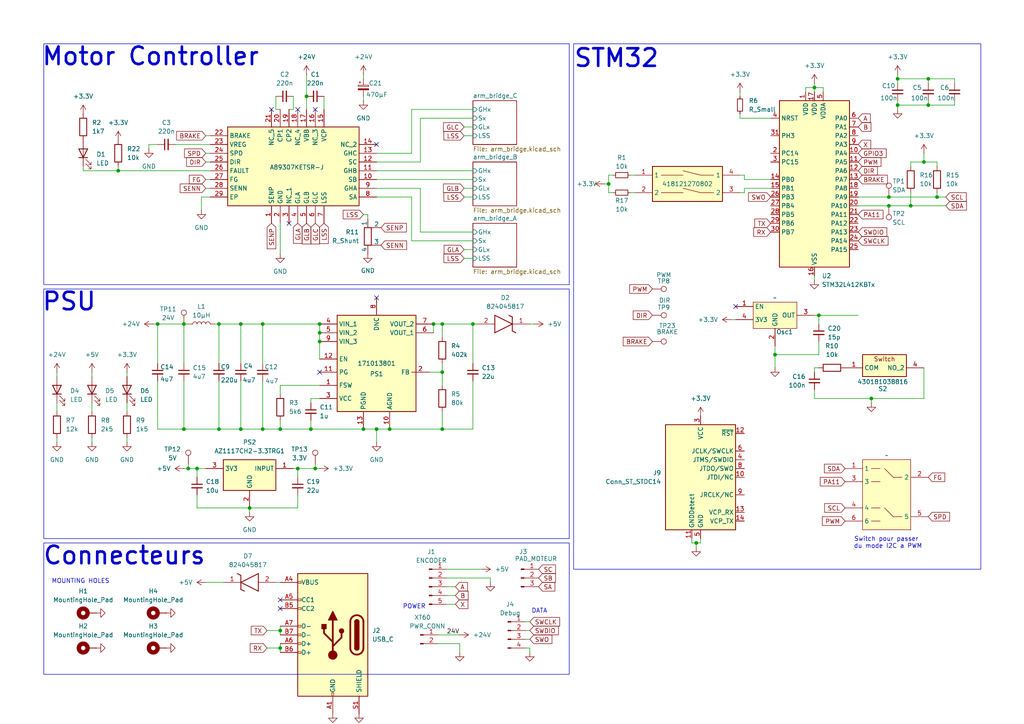
<source format=kicad_sch>
(kicad_sch (version 20250114) (generator "eeschema") (generator_version "9.0")
  (paper "A4")
  (rectangle (start 166.37 12.7) (end 284.48 165.1))
  (rectangle (start 12.7 83.82) (end 165.1 156.21))
  (rectangle (start 12.7 12.7) (end 165.1 82.55))
  (rectangle (start 12.7 157.48) (end 165.1 195.58))
  (text "DATA" (at 156.464 177.292 0) (effects (font (size 1.27 1.27))))
  (text "STM32" (at 178.816 17.018 0) (effects (font (size 5.08 5.08) (thickness 0.762) (bold yes))))
  (text "PSU\n" (at 20.066 87.63 0) (effects (font (size 5.08 5.08) (thickness 0.762) (bold yes))))
  (text "Switch pour passer \ndu mode I2C a PWM" (at 257.556 157.48 0) (effects (font (size 1.27 1.27))))
  (text "POWER" (at 120.142 176.022 0) (effects (font (size 1.27 1.27))))
  (text "Connecteurs" (at 36.068 161.29 0) (effects (font (size 5.08 5.08) (thickness 0.762) (bold yes))))
  (text "Motor Controller" (at 43.688 16.51 0) (effects (font (size 5.08 5.08) (thickness 0.762) (bold yes))))
  (text "MOUNTING HOLES" (at 23.368 168.656 0) (effects (font (size 1.27 1.27))))
  (junction (at 224.79 102.87))
  (junction (at 63.5 124.46))
  (junction (at 269.24 30.48))
  (junction (at 92.71 93.98))
  (junction (at 271.78 57.15))
  (junction (at 81.28 187.96))
  (junction (at 105.41 124.46))
  (junction (at 260.35 22.86))
  (junction (at 113.03 124.46))
  (junction (at 90.17 124.46))
  (junction (at 88.9 27.94))
  (junction (at 92.71 96.52))
  (junction (at 125.73 93.98))
  (junction (at 201.93 157.48))
  (junction (at 69.85 93.98))
  (junction (at 86.36 135.89))
  (junction (at 128.27 124.46))
  (junction (at 76.2 124.46))
  (junction (at 54.61 135.89))
  (junction (at 57.15 135.89))
  (junction (at 91.44 135.89))
  (junction (at 257.81 57.15))
  (junction (at 264.16 59.69))
  (junction (at 53.34 93.98))
  (junction (at 92.71 99.06))
  (junction (at 137.16 93.98))
  (junction (at 69.85 124.46))
  (junction (at 236.22 25.4))
  (junction (at 128.27 107.95))
  (junction (at 34.29 49.53))
  (junction (at 76.2 93.98))
  (junction (at 81.28 182.88))
  (junction (at 128.27 93.98))
  (junction (at 53.34 124.46))
  (junction (at 269.24 22.86))
  (junction (at 81.28 124.46))
  (junction (at 260.35 30.48))
  (junction (at 267.97 46.99))
  (junction (at 63.5 93.98))
  (junction (at 45.72 93.98))
  (junction (at 257.81 59.69))
  (junction (at 109.22 124.46))
  (junction (at 72.39 147.32))
  (junction (at 252.73 115.57))
  (junction (at 237.49 91.44))
  (junction (at 176.53 53.34))
  (no_connect (at 91.44 31.75))
  (no_connect (at 109.22 86.36))
  (no_connect (at 78.74 31.75))
  (no_connect (at 92.71 107.95))
  (no_connect (at 81.28 176.53))
  (no_connect (at 83.82 64.77))
  (no_connect (at 86.36 31.75))
  (no_connect (at 109.22 41.91))
  (no_connect (at 213.36 88.9))
  (no_connect (at 81.28 173.99))
  (wire (pts (xy 36.83 127) (xy 36.83 128.27)))
  (wire (pts (xy 128.27 124.46) (xy 137.16 124.46)))
  (wire (pts (xy 109.22 46.99) (xy 121.92 46.99)))
  (wire (pts (xy 212.09 92.71) (xy 213.36 92.71)))
  (wire (pts (xy 24.13 49.53) (xy 34.29 49.53)))
  (wire (pts (xy 260.35 31.75) (xy 260.35 30.48)))
  (wire (pts (xy 176.53 55.88) (xy 176.53 53.34)))
  (wire (pts (xy 177.8 55.88) (xy 176.53 55.88)))
  (wire (pts (xy 57.15 147.32) (xy 72.39 147.32)))
  (wire (pts (xy 269.24 30.48) (xy 260.35 30.48)))
  (wire (pts (xy 203.2 156.21) (xy 203.2 157.48)))
  (wire (pts (xy 45.72 110.49) (xy 45.72 124.46)))
  (wire (pts (xy 26.67 127) (xy 26.67 128.27)))
  (wire (pts (xy 81.28 121.92) (xy 81.28 124.46)))
  (wire (pts (xy 236.22 25.4) (xy 233.68 25.4)))
  (wire (pts (xy 64.77 168.91) (xy 59.69 168.91)))
  (wire (pts (xy 81.28 187.96) (xy 81.28 189.23)))
  (wire (pts (xy 119.38 57.15) (xy 119.38 69.85)))
  (wire (pts (xy 106.68 62.23) (xy 105.41 62.23)))
  (wire (pts (xy 81.28 111.76) (xy 81.28 114.3)))
  (wire (pts (xy 44.45 93.98) (xy 45.72 93.98)))
  (wire (pts (xy 134.62 74.93) (xy 137.16 74.93)))
  (wire (pts (xy 85.09 31.75) (xy 83.82 31.75)))
  (wire (pts (xy 105.41 21.59) (xy 105.41 22.86)))
  (wire (pts (xy 134.62 72.39) (xy 137.16 72.39)))
  (wire (pts (xy 69.85 110.49) (xy 69.85 124.46)))
  (wire (pts (xy 260.35 22.86) (xy 260.35 24.13)))
  (wire (pts (xy 54.61 135.89) (xy 57.15 135.89)))
  (wire (pts (xy 119.38 31.75) (xy 119.38 44.45)))
  (wire (pts (xy 176.53 53.34) (xy 175.26 53.34)))
  (wire (pts (xy 260.35 30.48) (xy 260.35 29.21)))
  (wire (pts (xy 271.78 55.88) (xy 271.78 57.15)))
  (wire (pts (xy 105.41 27.94) (xy 105.41 29.21)))
  (wire (pts (xy 152.4 182.88) (xy 153.67 182.88)))
  (wire (pts (xy 88.9 21.59) (xy 88.9 27.94)))
  (wire (pts (xy 215.9 52.07) (xy 215.9 50.8)))
  (wire (pts (xy 45.72 41.91) (xy 43.18 41.91)))
  (wire (pts (xy 133.35 186.69) (xy 133.35 189.23)))
  (wire (pts (xy 176.53 53.34) (xy 176.53 50.8)))
  (wire (pts (xy 86.36 147.32) (xy 86.36 143.51)))
  (wire (pts (xy 16.51 127) (xy 16.51 128.27)))
  (wire (pts (xy 276.86 22.86) (xy 269.24 22.86)))
  (wire (pts (xy 57.15 135.89) (xy 59.69 135.89)))
  (wire (pts (xy 63.5 93.98) (xy 69.85 93.98)))
  (wire (pts (xy 269.24 22.86) (xy 260.35 22.86)))
  (wire (pts (xy 45.72 93.98) (xy 53.34 93.98)))
  (wire (pts (xy 276.86 22.86) (xy 276.86 24.13)))
  (wire (pts (xy 121.92 46.99) (xy 121.92 34.29)))
  (wire (pts (xy 153.67 189.23) (xy 153.67 187.96)))
  (wire (pts (xy 59.69 39.37) (xy 60.96 39.37)))
  (wire (pts (xy 45.72 124.46) (xy 53.34 124.46)))
  (wire (pts (xy 80.01 27.94) (xy 80.01 31.75)))
  (wire (pts (xy 127 184.15) (xy 133.35 184.15)))
  (wire (pts (xy 59.69 44.45) (xy 60.96 44.45)))
  (wire (pts (xy 128.27 107.95) (xy 128.27 111.76)))
  (wire (pts (xy 264.16 55.88) (xy 264.16 59.69)))
  (wire (pts (xy 77.47 187.96) (xy 81.28 187.96)))
  (wire (pts (xy 86.36 135.89) (xy 91.44 135.89)))
  (wire (pts (xy 236.22 80.01) (xy 236.22 81.28)))
  (wire (pts (xy 62.23 93.98) (xy 63.5 93.98)))
  (wire (pts (xy 34.29 49.53) (xy 60.96 49.53)))
  (wire (pts (xy 92.71 111.76) (xy 81.28 111.76)))
  (wire (pts (xy 128.27 93.98) (xy 137.16 93.98)))
  (wire (pts (xy 81.28 124.46) (xy 90.17 124.46)))
  (wire (pts (xy 69.85 124.46) (xy 76.2 124.46)))
  (wire (pts (xy 50.8 41.91) (xy 60.96 41.91)))
  (wire (pts (xy 53.34 110.49) (xy 53.34 124.46)))
  (wire (pts (xy 59.69 52.07) (xy 60.96 52.07)))
  (wire (pts (xy 92.71 96.52) (xy 92.71 99.06)))
  (wire (pts (xy 271.78 46.99) (xy 271.78 48.26)))
  (wire (pts (xy 93.98 27.94) (xy 93.98 31.75)))
  (wire (pts (xy 85.09 27.94) (xy 85.09 31.75)))
  (wire (pts (xy 24.13 48.26) (xy 24.13 49.53)))
  (wire (pts (xy 128.27 105.41) (xy 128.27 107.95)))
  (wire (pts (xy 264.16 46.99) (xy 264.16 48.26)))
  (wire (pts (xy 121.92 34.29) (xy 137.16 34.29)))
  (wire (pts (xy 109.22 124.46) (xy 109.22 128.27)))
  (wire (pts (xy 109.22 49.53) (xy 137.16 49.53)))
  (wire (pts (xy 177.8 50.8) (xy 176.53 50.8)))
  (wire (pts (xy 59.69 46.99) (xy 60.96 46.99)))
  (wire (pts (xy 271.78 57.15) (xy 274.32 57.15)))
  (wire (pts (xy 80.01 31.75) (xy 81.28 31.75)))
  (wire (pts (xy 69.85 93.98) (xy 76.2 93.98)))
  (wire (pts (xy 109.22 57.15) (xy 119.38 57.15)))
  (wire (pts (xy 91.44 134.62) (xy 91.44 135.89)))
  (wire (pts (xy 271.78 57.15) (xy 257.81 57.15)))
  (wire (pts (xy 129.54 165.1) (xy 139.7 165.1)))
  (wire (pts (xy 121.92 54.61) (xy 109.22 54.61)))
  (wire (pts (xy 80.01 168.91) (xy 81.28 168.91)))
  (wire (pts (xy 201.93 157.48) (xy 201.93 158.75)))
  (wire (pts (xy 36.83 116.84) (xy 36.83 119.38)))
  (wire (pts (xy 76.2 105.41) (xy 76.2 93.98)))
  (wire (pts (xy 264.16 59.69) (xy 257.81 59.69)))
  (wire (pts (xy 276.86 30.48) (xy 276.86 29.21)))
  (wire (pts (xy 81.28 181.61) (xy 81.28 182.88)))
  (wire (pts (xy 72.39 148.59) (xy 72.39 147.32)))
  (wire (pts (xy 252.73 116.84) (xy 252.73 115.57)))
  (wire (pts (xy 57.15 138.43) (xy 57.15 135.89)))
  (wire (pts (xy 105.41 124.46) (xy 109.22 124.46)))
  (wire (pts (xy 92.71 93.98) (xy 92.71 96.52)))
  (wire (pts (xy 119.38 69.85) (xy 137.16 69.85)))
  (wire (pts (xy 237.49 102.87) (xy 237.49 99.06)))
  (wire (pts (xy 53.34 93.98) (xy 54.61 93.98)))
  (wire (pts (xy 236.22 91.44) (xy 237.49 91.44)))
  (wire (pts (xy 88.9 27.94) (xy 88.9 31.75)))
  (wire (pts (xy 134.62 36.83) (xy 137.16 36.83)))
  (wire (pts (xy 57.15 143.51) (xy 57.15 147.32)))
  (wire (pts (xy 214.63 50.8) (xy 215.9 50.8)))
  (wire (pts (xy 63.5 124.46) (xy 69.85 124.46)))
  (wire (pts (xy 269.24 22.86) (xy 269.24 24.13)))
  (wire (pts (xy 54.61 134.62) (xy 54.61 135.89)))
  (wire (pts (xy 121.92 67.31) (xy 121.92 54.61)))
  (wire (pts (xy 257.81 59.69) (xy 248.92 59.69)))
  (wire (pts (xy 86.36 135.89) (xy 85.09 135.89)))
  (wire (pts (xy 76.2 110.49) (xy 76.2 124.46)))
  (wire (pts (xy 236.22 24.13) (xy 236.22 25.4)))
  (wire (pts (xy 53.34 135.89) (xy 54.61 135.89)))
  (wire (pts (xy 223.52 52.07) (xy 215.9 52.07)))
  (wire (pts (xy 58.42 57.15) (xy 60.96 57.15)))
  (wire (pts (xy 184.15 55.88) (xy 182.88 55.88)))
  (wire (pts (xy 153.67 93.98) (xy 154.94 93.98)))
  (wire (pts (xy 106.68 63.5) (xy 106.68 62.23)))
  (wire (pts (xy 200.66 156.21) (xy 200.66 157.48)))
  (wire (pts (xy 223.52 54.61) (xy 215.9 54.61)))
  (wire (pts (xy 257.81 57.15) (xy 248.92 57.15)))
  (wire (pts (xy 129.54 172.72) (xy 132.08 172.72)))
  (wire (pts (xy 184.15 50.8) (xy 182.88 50.8)))
  (wire (pts (xy 137.16 93.98) (xy 138.43 93.98)))
  (wire (pts (xy 129.54 170.18) (xy 132.08 170.18)))
  (wire (pts (xy 223.52 34.29) (xy 214.63 34.29)))
  (wire (pts (xy 127 186.69) (xy 133.35 186.69)))
  (wire (pts (xy 92.71 99.06) (xy 92.71 104.14)))
  (wire (pts (xy 43.18 41.91) (xy 43.18 43.18)))
  (wire (pts (xy 72.39 147.32) (xy 86.36 147.32)))
  (wire (pts (xy 142.24 168.91) (xy 142.24 167.64)))
  (wire (pts (xy 119.38 31.75) (xy 137.16 31.75)))
  (wire (pts (xy 137.16 110.49) (xy 137.16 124.46)))
  (wire (pts (xy 142.24 167.64) (xy 129.54 167.64)))
  (wire (pts (xy 152.4 180.34) (xy 153.67 180.34)))
  (wire (pts (xy 267.97 46.99) (xy 271.78 46.99)))
  (wire (pts (xy 59.69 54.61) (xy 60.96 54.61)))
  (wire (pts (xy 81.28 186.69) (xy 81.28 187.96)))
  (wire (pts (xy 215.9 54.61) (xy 215.9 55.88)))
  (wire (pts (xy 224.79 102.87) (xy 224.79 106.68)))
  (wire (pts (xy 16.51 107.95) (xy 16.51 109.22)))
  (wire (pts (xy 224.79 102.87) (xy 237.49 102.87)))
  (wire (pts (xy 109.22 52.07) (xy 137.16 52.07)))
  (wire (pts (xy 92.71 135.89) (xy 91.44 135.89)))
  (wire (pts (xy 237.49 93.98) (xy 237.49 91.44)))
  (wire (pts (xy 137.16 93.98) (xy 137.16 105.41)))
  (wire (pts (xy 53.34 93.98) (xy 53.34 105.41)))
  (wire (pts (xy 63.5 93.98) (xy 63.5 105.41)))
  (wire (pts (xy 58.42 57.15) (xy 58.42 60.96)))
  (wire (pts (xy 119.38 44.45) (xy 109.22 44.45)))
  (wire (pts (xy 134.62 39.37) (xy 137.16 39.37)))
  (wire (pts (xy 81.28 73.66) (xy 81.28 64.77)))
  (wire (pts (xy 137.16 67.31) (xy 121.92 67.31)))
  (wire (pts (xy 86.36 138.43) (xy 86.36 135.89)))
  (wire (pts (xy 233.68 25.4) (xy 233.68 26.67)))
  (wire (pts (xy 36.83 107.95) (xy 36.83 109.22)))
  (wire (pts (xy 267.97 44.45) (xy 267.97 46.99)))
  (wire (pts (xy 90.17 124.46) (xy 105.41 124.46)))
  (wire (pts (xy 252.73 115.57) (xy 236.22 115.57)))
  (wire (pts (xy 69.85 93.98) (xy 69.85 105.41)))
  (wire (pts (xy 81.28 182.88) (xy 81.28 184.15)))
  (wire (pts (xy 76.2 124.46) (xy 81.28 124.46)))
  (wire (pts (xy 264.16 46.99) (xy 267.97 46.99)))
  (wire (pts (xy 129.54 175.26) (xy 132.08 175.26)))
  (wire (pts (xy 124.46 107.95) (xy 128.27 107.95)))
  (wire (pts (xy 63.5 110.49) (xy 63.5 124.46)))
  (wire (pts (xy 260.35 21.59) (xy 260.35 22.86)))
  (wire (pts (xy 125.73 93.98) (xy 125.73 96.52)))
  (wire (pts (xy 238.76 25.4) (xy 236.22 25.4)))
  (wire (pts (xy 16.51 116.84) (xy 16.51 119.38)))
  (wire (pts (xy 267.97 106.68) (xy 267.97 115.57)))
  (wire (pts (xy 252.73 115.57) (xy 267.97 115.57)))
  (wire (pts (xy 77.47 182.88) (xy 81.28 182.88)))
  (wire (pts (xy 26.67 116.84) (xy 26.67 119.38)))
  (wire (pts (xy 153.67 187.96) (xy 152.4 187.96)))
  (wire (pts (xy 264.16 59.69) (xy 274.32 59.69)))
  (wire (pts (xy 200.66 157.48) (xy 201.93 157.48)))
  (wire (pts (xy 236.22 106.68) (xy 236.22 107.95)))
  (wire (pts (xy 128.27 119.38) (xy 128.27 124.46)))
  (wire (pts (xy 45.72 105.41) (xy 45.72 93.98)))
  (wire (pts (xy 113.03 123.19) (xy 113.03 124.46)))
  (wire (pts (xy 214.63 55.88) (xy 215.9 55.88)))
  (wire (pts (xy 90.17 121.92) (xy 90.17 124.46)))
  (wire (pts (xy 269.24 30.48) (xy 269.24 29.21)))
  (wire (pts (xy 76.2 93.98) (xy 92.71 93.98)))
  (wire (pts (xy 237.49 91.44) (xy 248.92 91.44)))
  (wire (pts (xy 109.22 124.46) (xy 113.03 124.46)))
  (wire (pts (xy 26.67 107.95) (xy 26.67 109.22)))
  (wire (pts (xy 214.63 26.67) (xy 214.63 27.94)))
  (wire (pts (xy 152.4 185.42) (xy 153.67 185.42)))
  (wire (pts (xy 236.22 115.57) (xy 236.22 113.03)))
  (wire (pts (xy 128.27 93.98) (xy 128.27 97.79)))
  (wire (pts (xy 134.62 57.15) (xy 137.16 57.15)))
  (wire (pts (xy 201.93 157.48) (xy 203.2 157.48)))
  (wire (pts (xy 34.29 48.26) (xy 34.29 49.53)))
  (wire (pts (xy 224.79 100.33) (xy 224.79 102.87)))
  (wire (pts (xy 113.03 124.46) (xy 128.27 124.46)))
  (wire (pts (xy 236.22 25.4) (xy 236.22 26.67)))
  (wire (pts (xy 214.63 34.29) (xy 214.63 33.02)))
  (wire (pts (xy 238.76 26.67) (xy 238.76 25.4)))
  (wire (pts (xy 134.62 54.61) (xy 137.16 54.61)))
  (wire (pts (xy 90.17 115.57) (xy 90.17 116.84)))
  (wire (pts (xy 269.24 30.48) (xy 276.86 30.48)))
  (wire (pts (xy 53.34 124.46) (xy 63.5 124.46)))
  (wire (pts (xy 237.49 106.68) (xy 236.22 106.68)))
  (wire (pts (xy 125.73 93.98) (xy 128.27 93.98)))
  (wire (pts (xy 92.71 115.57) (xy 90.17 115.57)))
  (label "24V" (at 129.54 184.15 0))
  (global_label "SWO" (shape input) (at 223.52 57.15 180) (property "Intersheetrefs" "${INTERSHEET_REFS}" (effects (hide yes))))
  (global_label "SB" (shape input) (at 156.21 167.64 0) (property "Intersheetrefs" "${INTERSHEET_REFS}" (effects (hide yes))))
  (global_label "PWM" (shape input) (at 245.11 151.13 180) (property "Intersheetrefs" "${INTERSHEET_REFS}" (effects (hide yes))))
  (global_label "PA11" (shape input) (at 245.11 139.7 180) (property "Intersheetrefs" "${INTERSHEET_REFS}" (effects (hide yes))))
  (global_label "FG" (shape input) (at 59.69 52.07 180) (property "Intersheetrefs" "${INTERSHEET_REFS}" (effects (hide yes))))
  (global_label "SWDIO" (shape input) (at 153.67 182.88 0) (property "Intersheetrefs" "${INTERSHEET_REFS}" (effects (hide yes))))
  (global_label "DIR" (shape input) (at 248.92 49.53 0) (property "Intersheetrefs" "${INTERSHEET_REFS}" (effects (hide yes))))
  (global_label "SWCLK" (shape input) (at 248.92 69.85 0) (property "Intersheetrefs" "${INTERSHEET_REFS}" (effects (hide yes))))
  (global_label "SC" (shape input) (at 156.21 165.1 0) (property "Intersheetrefs" "${INTERSHEET_REFS}" (effects (hide yes))))
  (global_label "A" (shape input) (at 132.08 170.18 0) (property "Intersheetrefs" "${INTERSHEET_REFS}" (effects (hide yes))))
  (global_label "SA" (shape input) (at 156.21 170.18 0) (property "Intersheetrefs" "${INTERSHEET_REFS}" (effects (hide yes))))
  (global_label "BRAKE" (shape input) (at 59.69 39.37 180) (property "Intersheetrefs" "${INTERSHEET_REFS}" (effects (hide yes))))
  (global_label "GLA" (shape input) (at 86.36 64.77 270) (property "Intersheetrefs" "${INTERSHEET_REFS}" (effects (hide yes))))
  (global_label "GLA" (shape input) (at 134.62 72.39 180) (property "Intersheetrefs" "${INTERSHEET_REFS}" (effects (hide yes))))
  (global_label "SDA" (shape input) (at 274.32 59.69 0) (property "Intersheetrefs" "${INTERSHEET_REFS}" (effects (hide yes))))
  (global_label "SWCLK" (shape input) (at 153.67 180.34 0) (property "Intersheetrefs" "${INTERSHEET_REFS}" (effects (hide yes))))
  (global_label "PWM" (shape input) (at 248.92 46.99 0) (property "Intersheetrefs" "${INTERSHEET_REFS}" (effects (hide yes))))
  (global_label "PWM" (shape input) (at 189.23 83.82 180) (property "Intersheetrefs" "${INTERSHEET_REFS}" (effects (hide yes))))
  (global_label "X" (shape input) (at 132.08 175.26 0) (property "Intersheetrefs" "${INTERSHEET_REFS}" (effects (hide yes))))
  (global_label "X" (shape input) (at 248.92 41.91 0) (property "Intersheetrefs" "${INTERSHEET_REFS}" (effects (hide yes))))
  (global_label "DIR" (shape input) (at 59.69 46.99 180) (property "Intersheetrefs" "${INTERSHEET_REFS}" (effects (hide yes))))
  (global_label "SENP" (shape input) (at 78.74 64.77 270) (property "Intersheetrefs" "${INTERSHEET_REFS}" (effects (hide yes))))
  (global_label "GLC" (shape input) (at 134.62 36.83 180) (property "Intersheetrefs" "${INTERSHEET_REFS}" (effects (hide yes))))
  (global_label "SENP" (shape input) (at 110.49 66.04 0) (property "Intersheetrefs" "${INTERSHEET_REFS}" (effects (hide yes))))
  (global_label "BRAKE" (shape input) (at 189.23 99.06 180) (property "Intersheetrefs" "${INTERSHEET_REFS}" (effects (hide yes))))
  (global_label "RX" (shape input) (at 77.47 187.96 180) (property "Intersheetrefs" "${INTERSHEET_REFS}" (effects (hide yes))))
  (global_label "LSS" (shape input) (at 134.62 74.93 180) (property "Intersheetrefs" "${INTERSHEET_REFS}" (effects (hide yes))))
  (global_label "SCL" (shape input) (at 274.32 57.15 0) (property "Intersheetrefs" "${INTERSHEET_REFS}" (effects (hide yes))))
  (global_label "SENN" (shape input) (at 59.69 54.61 180) (property "Intersheetrefs" "${INTERSHEET_REFS}" (effects (hide yes))))
  (global_label "LSS" (shape input) (at 134.62 39.37 180) (property "Intersheetrefs" "${INTERSHEET_REFS}" (effects (hide yes))))
  (global_label "GLC" (shape input) (at 91.44 64.77 270) (property "Intersheetrefs" "${INTERSHEET_REFS}" (effects (hide yes))))
  (global_label "TX" (shape input) (at 223.52 64.77 180) (property "Intersheetrefs" "${INTERSHEET_REFS}" (effects (hide yes))))
  (global_label "SDA" (shape input) (at 245.11 135.89 180) (property "Intersheetrefs" "${INTERSHEET_REFS}" (effects (hide yes))))
  (global_label "A" (shape input) (at 248.92 34.29 0) (property "Intersheetrefs" "${INTERSHEET_REFS}" (effects (hide yes))))
  (global_label "SPD" (shape input) (at 269.24 149.86 0) (property "Intersheetrefs" "${INTERSHEET_REFS}" (effects (hide yes))))
  (global_label "DIR" (shape input) (at 189.23 91.44 180) (property "Intersheetrefs" "${INTERSHEET_REFS}" (effects (hide yes))))
  (global_label "PA11" (shape input) (at 248.92 62.23 0) (property "Intersheetrefs" "${INTERSHEET_REFS}" (effects (hide yes))))
  (global_label "RX" (shape input) (at 223.52 67.31 180) (property "Intersheetrefs" "${INTERSHEET_REFS}" (effects (hide yes))))
  (global_label "FG" (shape input) (at 269.24 138.43 0) (property "Intersheetrefs" "${INTERSHEET_REFS}" (effects (hide yes))))
  (global_label "GPIO3" (shape input) (at 248.92 44.45 0) (property "Intersheetrefs" "${INTERSHEET_REFS}" (effects (hide yes))))
  (global_label "GLB" (shape input) (at 88.9 64.77 270) (property "Intersheetrefs" "${INTERSHEET_REFS}" (effects (hide yes))))
  (global_label "SPD" (shape input) (at 59.69 44.45 180) (property "Intersheetrefs" "${INTERSHEET_REFS}" (effects (hide yes))))
  (global_label "SENN" (shape input) (at 110.49 71.12 0) (property "Intersheetrefs" "${INTERSHEET_REFS}" (effects (hide yes))))
  (global_label "BRAKE" (shape input) (at 248.92 52.07 0) (property "Intersheetrefs" "${INTERSHEET_REFS}" (effects (hide yes))))
  (global_label "SCL" (shape input) (at 245.11 147.32 180) (property "Intersheetrefs" "${INTERSHEET_REFS}" (effects (hide yes))))
  (global_label "SWDIO" (shape input) (at 248.92 67.31 0) (property "Intersheetrefs" "${INTERSHEET_REFS}" (effects (hide yes))))
  (global_label "B" (shape input) (at 132.08 172.72 0) (property "Intersheetrefs" "${INTERSHEET_REFS}" (effects (hide yes))))
  (global_label "LSS" (shape input) (at 105.41 62.23 180) (property "Intersheetrefs" "${INTERSHEET_REFS}" (effects (hide yes))))
  (global_label "LSS" (shape input) (at 93.98 64.77 270) (property "Intersheetrefs" "${INTERSHEET_REFS}" (effects (hide yes))))
  (global_label "TX" (shape input) (at 77.47 182.88 180) (property "Intersheetrefs" "${INTERSHEET_REFS}" (effects (hide yes))))
  (global_label "B" (shape input) (at 248.92 36.83 0) (property "Intersheetrefs" "${INTERSHEET_REFS}" (effects (hide yes))))
  (global_label "LSS" (shape input) (at 134.62 57.15 180) (property "Intersheetrefs" "${INTERSHEET_REFS}" (effects (hide yes))))
  (global_label "SWO" (shape input) (at 153.67 185.42 0) (property "Intersheetrefs" "${INTERSHEET_REFS}" (effects (hide yes))))
  (global_label "GLB" (shape input) (at 134.62 54.61 180) (property "Intersheetrefs" "${INTERSHEET_REFS}" (effects (hide yes))))
  (symbol (lib_id "power:+5V") (at 53.34 135.89 90) (unit 1)
    (property "Reference" "#PWR020" (effects (hide yes)))
    (property "Value" "+5V" (at 49.53 135.8899 90) (effects (justify left)))
    (property "Description" "Power symbol creates a global label with name \"+5V\"" (effects (hide yes)))
  )
  (symbol (lib_id "power:GND") (at 27.94 187.96 90) (unit 1)
    (property "Reference" "#PWR050" (effects (hide yes)))
    (property "Value" "GND" (effects (hide yes)))
    (property "Description" "Power symbol creates a global label with name \"GND\" , ground" (effects (hide yes)))
  )
  (symbol (lib_id "Connector:USB_C_Receptacle_USB2.0_14P") (at 96.52 184.15 0) (mirror y) (unit 1)
    (property "Reference" "J2" (at 107.95 182.8799 0) (effects (justify right)))
    (property "Value" "USB_C" (at 107.95 185.4199 0) (effects (justify right)))
    (property "Footprint" "Connector_USB:USB_C_Receptacle_GCT_USB4105-xx-A_16P_TopMnt_Horizontal" (effects (hide yes)))
    (property "Datasheet" "https://www.usb.org/sites/default/files/documents/usb_type-c.zip" (effects (hide yes)))
    (property "Description" "USB 2.0-only 14P Type-C Receptacle connector" (effects (hide yes)))
  )
  (symbol (lib_id "Device:C_Small") (at 237.49 96.52 0) (unit 1)
    (property "Reference" "C20" (at 240.03 95.2562 0) (effects (justify left)))
    (property "Value" "15p" (at 240.03 97.7962 0) (effects (justify left)))
    (property "Footprint" "Capacitor_SMD:C_0603_1608Metric" (effects (hide yes)))
    (property "Description" "Unpolarized capacitor, small symbol" (effects (hide yes)))
  )
  (symbol (lib_id "power:+5V") (at 26.67 107.95 0) (unit 1)
    (property "Reference" "#PWR028" (effects (hide yes)))
    (property "Value" "+5V" (at 26.67 102.87 0))
    (property "Description" "Power symbol creates a global label with name \"+5V\"" (effects (hide yes)))
  )
  (symbol (lib_id "Connector:Conn_01x02_Pin") (at 121.92 184.15 0) (unit 1)
    (property "Reference" "XT60" (at 122.555 179.07 0))
    (property "Value" "PWR_CONN" (at 123.952 181.61 0))
    (property "Footprint" "Connector_AMASS:AMASS_XT60PW-M_1x02_P7.20mm_Horizontal" (effects (hide yes)))
    (property "Description" "Generic connector, single row, 01x02, script generated" (effects (hide yes)))
  )
  (symbol (lib_id "power:+3.3V") (at 236.22 24.13 0) (mirror y) (unit 1)
    (property "Reference" "#PWR048" (effects (hide yes)))
    (property "Value" "+3.3V" (at 236.22 19.05 0))
    (property "Description" "Power symbol creates a global label with name \"+3.3V\"" (effects (hide yes)))
  )
  (symbol (lib_id "Device:C_Small") (at 69.85 107.95 0) (unit 1)
    (property "Reference" "C4" (at 70.612 106.172 0) (effects (justify left)))
    (property "Value" "4u7" (at 70.358 110.236 0) (effects (justify left)))
    (property "Footprint" "Capacitor_SMD:C_0603_1608Metric" (effects (hide yes)))
    (property "Description" "Unpolarized capacitor, small symbol" (effects (hide yes)))
  )
  (symbol (lib_id "power:GND") (at 104.14 207.01 0) (unit 1)
    (property "Reference" "#PWR037" (effects (hide yes)))
    (property "Value" "GND" (effects (hide yes)))
    (property "Description" "Power symbol creates a global label with name \"GND\" , ground" (effects (hide yes)))
  )
  (symbol (lib_id "power:GND") (at 81.28 73.66 0) (unit 1)
    (property "Reference" "#PWR02" (effects (hide yes)))
    (property "Value" "GND" (at 81.28 78.74 0))
    (property "Description" "Power symbol creates a global label with name \"GND\" , ground" (effects (hide yes)))
  )
  (symbol (lib_id "Device:LED") (at 36.83 113.03 90) (unit 1)
    (property "Reference" "D6" (at 40.64 113.3474 90) (effects (justify right)))
    (property "Value" "LED" (at 40.64 115.8874 90) (effects (justify right)))
    (property "Footprint" "Capacitor_SMD:C_0603_1608Metric" (effects (hide yes)))
    (property "Description" "Light emitting diode" (effects (hide yes)))
  )
  (symbol (lib_id "power:+3.3V") (at 260.35 21.59 0) (mirror y) (unit 1)
    (property "Reference" "#PWR011" (effects (hide yes)))
    (property "Value" "+3.3V" (at 260.35 16.51 0))
    (property "Description" "Power symbol creates a global label with name \"+3.3V\"" (effects (hide yes)))
  )
  (symbol (lib_id "Device:C_Polarized_Small") (at 105.41 25.4 0) (unit 1)
    (property "Reference" "C21" (at 106.934 24.13 0) (effects (justify left)))
    (property "Value" "470µF" (at 106.172 27.432 0) (effects (justify left)))
    (property "Description" "Polarized capacitor, small symbol" (effects (hide yes)))
  )
  (symbol (lib_id "power:GND") (at 201.93 158.75 0) (mirror y) (unit 1)
    (property "Reference" "#PWR053" (effects (hide yes)))
    (property "Value" "GND" (effects (hide yes)))
    (property "Description" "Power symbol creates a global label with name \"GND\" , ground" (effects (hide yes)))
  )
  (symbol (lib_id "power:+3.3V") (at 175.26 53.34 90) (unit 1)
    (property "Reference" "#PWR039" (effects (hide yes)))
    (property "Value" "+3.3V" (at 170.18 53.34 90))
    (property "Description" "Power symbol creates a global label with name \"+3.3V\"" (effects (hide yes)))
  )
  (symbol (lib_id "power:GND") (at 26.67 128.27 0) (unit 1)
    (property "Reference" "#PWR047" (effects (hide yes)))
    (property "Value" "GND" (at 26.67 133.35 0))
    (property "Description" "Power symbol creates a global label with name \"GND\" , ground" (effects (hide yes)))
  )
  (symbol (lib_id "power:+5V") (at 139.7 165.1 270) (unit 1)
    (property "Reference" "#PWR010" (effects (hide yes)))
    (property "Value" "+5V" (at 143.51 165.0999 90) (effects (justify left)))
    (property "Description" "Power symbol creates a global label with name \"+5V\"" (effects (hide yes)))
  )
  (symbol (lib_id "Device:R") (at 128.27 115.57 0) (unit 1)
    (property "Reference" "R5" (at 130.81 114.2999 0) (effects (justify left)))
    (property "Value" "80k" (at 130.81 116.8399 0) (effects (justify left)))
    (property "Footprint" "Resistor_SMD:R_0603_1608Metric" (effects (hide yes)))
    (property "Description" "Resistor" (effects (hide yes)))
  )
  (symbol (lib_id "Device:C_Small") (at 53.34 107.95 0) (unit 1)
    (property "Reference" "C15" (at 55.88 106.6862 0) (effects (justify left)))
    (property "Value" "4u7" (at 55.88 109.2262 0) (effects (justify left)))
    (property "Footprint" "Capacitor_SMD:C_0603_1608Metric" (effects (hide yes)))
    (property "Description" "Unpolarized capacitor, small symbol" (effects (hide yes)))
  )
  (symbol (lib_id "Device:LED") (at 24.13 44.45 90) (unit 1)
    (property "Reference" "D1" (at 27.94 44.7674 90) (effects (justify right)))
    (property "Value" "LED" (at 27.94 47.3074 90) (effects (justify right)))
    (property "Footprint" "Capacitor_SMD:C_0603_1608Metric" (effects (hide yes)))
    (property "Datasheet" "https://www.we-online.com/components/products/datasheet/150060RS55040.pdf" (effects (hide yes)))
    (property "Description" "Light emitting diode" (effects (hide yes)))
    (property "MPN" "150060RS55040" (effects (hide yes)))
  )
  (symbol (lib_id "Device:LED") (at 26.67 113.03 90) (unit 1)
    (property "Reference" "D5" (at 30.48 113.3474 90) (effects (justify right)))
    (property "Value" "LED" (at 30.48 115.8874 90) (effects (justify right)))
    (property "Footprint" "Capacitor_SMD:C_0603_1608Metric" (effects (hide yes)))
    (property "Description" "Light emitting diode" (effects (hide yes)))
  )
  (symbol (lib_id "power:GND") (at 260.35 31.75 0) (mirror y) (unit 1)
    (property "Reference" "#PWR012" (effects (hide yes)))
    (property "Value" "GND" (effects (hide yes)))
    (property "Description" "Power symbol creates a global label with name \"GND\" , ground" (effects (hide yes)))
  )
  (symbol (lib_id "SamacSys_Parts:824045817") (at 64.77 168.91 0) (unit 1)
    (property "Reference" "D7" (at 71.882 161.29 0))
    (property "Value" "824045817" (at 71.882 163.83 0))
    (property "Footprint" "SamacSys_Parts:824045817" (effects (hide yes)))
    (property "Datasheet" "https://www.we-online.com/components/products/datasheet/824045817.pdf" (effects (hide yes)))
    (property "Description" "10V (Typ) Clamp 60A (8/20s) Ipp Tvs Diode Surface Mount DFN1610-2L" (effects (hide yes)))
    (property "Height" "0.55" (effects (hide yes)))
    (property "Manufacturer_Name" "Wurth Elektronik" (effects (hide yes)))
    (property "Manufacturer_Part_Number" "824045817" (effects (hide yes)))
    (property "Mouser Part Number" "710-824045817" (effects (hide yes)))
    (property "Mouser Price/Stock" "https://www.mouser.co.uk/ProductDetail/Wurth-Elektronik/824045817?qs=Li%252BoUPsLEnu5dbvScXrHpw%3D%3D" (effects (hide yes)))
  )
  (symbol (lib_id "power:+24V") (at 16.51 107.95 0) (unit 1)
    (property "Reference" "#PWR029" (effects (hide yes)))
    (property "Value" "+24V" (at 16.51 102.87 0))
    (property "Description" "Power symbol creates a global label with name \"+24V\"" (effects (hide yes)))
  )
  (symbol (lib_id "power:GND") (at 58.42 60.96 0) (unit 1)
    (property "Reference" "#PWR05" (effects (hide yes)))
    (property "Value" "GND" (at 58.42 66.04 0))
    (property "Description" "Power symbol creates a global label with name \"GND\" , ground" (effects (hide yes)))
  )
  (symbol (lib_id "Device:C_Small") (at 90.17 119.38 0) (unit 1)
    (property "Reference" "C11" (at 92.71 118.1162 0) (effects (justify left)))
    (property "Value" "1u" (at 92.71 120.6562 0) (effects (justify left)))
    (property "Footprint" "Capacitor_SMD:C_0603_1608Metric" (effects (hide yes)))
    (property "Description" "Unpolarized capacitor, small symbol" (effects (hide yes)))
  )
  (symbol (lib_id "power:GND") (at 48.26 187.96 90) (unit 1)
    (property "Reference" "#PWR052" (effects (hide yes)))
    (property "Value" "GND" (effects (hide yes)))
    (property "Description" "Power symbol creates a global label with name \"GND\" , ground" (effects (hide yes)))
  )
  (symbol (lib_id "power:+24V") (at 44.45 93.98 90) (unit 1)
    (property "Reference" "#PWR08" (effects (hide yes)))
    (property "Value" "+24V" (at 40.64 93.9799 90) (effects (justify left)))
    (property "Description" "Power symbol creates a global label with name \"+24V\"" (effects (hide yes)))
  )
  (symbol (lib_id "power:GND") (at 36.83 128.27 0) (unit 1)
    (property "Reference" "#PWR021" (effects (hide yes)))
    (property "Value" "GND" (at 36.83 133.35 0))
    (property "Description" "Power symbol creates a global label with name \"GND\" , ground" (effects (hide yes)))
  )
  (symbol (lib_id "SamacSys_Parts:824045817") (at 153.67 93.98 180) (unit 1)
    (property "Reference" "D2" (at 146.558 86.36 0))
    (property "Value" "824045817" (at 146.558 88.9 0))
    (property "Footprint" "SamacSys_Parts:824045817" (effects (hide yes)))
    (property "Datasheet" "https://www.we-online.com/components/products/datasheet/824045817.pdf" (effects (hide yes)))
    (property "Description" "10V (Typ) Clamp 60A (8/20s) Ipp Tvs Diode Surface Mount DFN1610-2L" (effects (hide yes)))
    (property "Height" "0.55" (effects (hide yes)))
    (property "Manufacturer_Name" "Wurth Elektronik" (effects (hide yes)))
    (property "Manufacturer_Part_Number" "824045817" (effects (hide yes)))
    (property "Mouser Part Number" "710-824045817" (effects (hide yes)))
    (property "Mouser Price/Stock" "https://www.mouser.co.uk/ProductDetail/Wurth-Elektronik/824045817?qs=Li%252BoUPsLEnu5dbvScXrHpw%3D%3D" (effects (hide yes)))
  )
  (symbol (lib_id "Device:R") (at 24.13 36.83 180) (unit 1)
    (property "Reference" "R2" (at 26.67 35.5599 0) (effects (justify right)))
    (property "Value" "1k7" (at 26.67 38.0999 0) (effects (justify right)))
    (property "Footprint" "Resistor_SMD:R_0603_1608Metric" (effects (hide yes)))
    (property "Description" "Resistor" (effects (hide yes)))
  )
  (symbol (lib_id "power:GND") (at 133.35 189.23 0) (unit 1)
    (property "Reference" "#PWR015" (effects (hide yes)))
    (property "Value" "GND" (effects (hide yes)))
    (property "Description" "Power symbol creates a global label with name \"GND\" , ground" (effects (hide yes)))
  )
  (symbol (lib_id "power:+24V") (at 88.9 21.59 0) (unit 1)
    (property "Reference" "#PWR045" (effects (hide yes)))
    (property "Value" "+24V" (at 88.9 16.51 0))
    (property "Description" "Power symbol creates a global label with name \"+24V\"" (effects (hide yes)))
  )
  (symbol (lib_id "power:+3.3V") (at 92.71 135.89 270) (unit 1)
    (property "Reference" "#PWR018" (effects (hide yes)))
    (property "Value" "+3.3V" (at 96.52 135.8899 90) (effects (justify left)))
    (property "Description" "Power symbol creates a global label with name \"+3.3V\"" (effects (hide yes)))
  )
  (symbol (lib_id "Device:C_Small") (at 137.16 107.95 0) (unit 1)
    (property "Reference" "C13" (at 139.7 106.6862 0) (effects (justify left)))
    (property "Value" "22u" (at 139.7 109.2262 0) (effects (justify left)))
    (property "Footprint" "Capacitor_SMD:C_0603_1608Metric" (effects (hide yes)))
    (property "Description" "Unpolarized capacitor, small symbol" (effects (hide yes)))
  )
  (symbol (lib_id "power:+3.3V") (at 267.97 44.45 0) (mirror y) (unit 1)
    (property "Reference" "#PWR014" (effects (hide yes)))
    (property "Value" "+3.3V" (at 267.97 39.37 0))
    (property "Description" "Power symbol creates a global label with name \"+3.3V\"" (effects (hide yes)))
  )
  (symbol (lib_id "Mechanical:MountingHole_Pad") (at 45.72 177.8 90) (unit 1) (exclude_from_sim yes) (in_bom no)
    (property "Reference" "H4" (at 44.45 171.45 90))
    (property "Value" "MountingHole_Pad" (at 44.45 173.99 90))
    (property "Description" "Mounting Hole with connection" (effects (hide yes)))
  )
  (symbol (lib_id "Mechanical:MountingHole_Pad") (at 45.72 187.96 90) (unit 1) (exclude_from_sim yes) (in_bom no)
    (property "Reference" "H3" (at 44.45 181.61 90))
    (property "Value" "MountingHole_Pad" (at 44.45 184.15 90))
    (property "Description" "Mounting Hole with connection" (effects (hide yes)))
  )
  (symbol (lib_id "Connector:TestPoint") (at 189.23 99.06 270) (unit 1)
    (property "Reference" "TP23" (at 193.548 94.488 90))
    (property "Value" "BRAKE" (at 193.548 96.266 90))
    (property "Footprint" "TestPoint:TestPoint_Pad_D1.5mm" (effects (hide yes)))
    (property "Description" "test point" (effects (hide yes)))
  )
  (symbol (lib_id "power:+3.3V") (at 24.13 33.02 0) (unit 1)
    (property "Reference" "#PWR04" (effects (hide yes)))
    (property "Value" "+3.3V" (at 24.13 27.94 0))
    (property "Description" "Power symbol creates a global label with name \"+3.3V\"" (effects (hide yes)))
  )
  (symbol (lib_id "Device:R_Shunt") (at 106.68 68.58 0) (unit 1)
    (property "Reference" "R11" (at 104.14 67.3099 0) (effects (justify right)))
    (property "Value" "R_Shunt" (at 104.14 69.8499 0) (effects (justify right)))
    (property "Description" "Shunt resistor" (effects (hide yes)))
  )
  (symbol (lib_id "power:GND") (at 27.94 177.8 90) (unit 1)
    (property "Reference" "#PWR049" (effects (hide yes)))
    (property "Value" "GND" (effects (hide yes)))
    (property "Description" "Power symbol creates a global label with name \"GND\" , ground" (effects (hide yes)))
  )
  (symbol (lib_id "Device:C_Small") (at 236.22 110.49 0) (mirror y) (unit 1)
    (property "Reference" "C16" (at 233.68 109.2262 0) (effects (justify left)))
    (property "Value" "100n" (at 233.68 111.7662 0) (effects (justify left)))
    (property "Footprint" "Capacitor_SMD:C_0603_1608Metric" (effects (hide yes)))
    (property "Description" "Unpolarized capacitor, small symbol" (effects (hide yes)))
  )
  (symbol (lib_id "power:GND") (at 224.79 106.68 0) (unit 1)
    (property "Reference" "#PWR034" (effects (hide yes)))
    (property "Value" "GND" (effects (hide yes)))
    (property "Description" "Power symbol creates a global label with name \"GND\" , ground" (effects (hide yes)))
  )
  (symbol (lib_id "power:+24V") (at 105.41 21.59 0) (unit 1)
    (property "Reference" "#PWR044" (effects (hide yes)))
    (property "Value" "+24V" (at 105.41 16.51 0))
    (property "Description" "Power symbol creates a global label with name \"+24V\"" (effects (hide yes)))
  )
  (symbol (lib_id "power:+3.3V") (at 36.83 107.95 0) (unit 1)
    (property "Reference" "#PWR026" (effects (hide yes)))
    (property "Value" "+3.3V" (at 36.83 102.87 0))
    (property "Description" "Power symbol creates a global label with name \"+3.3V\"" (effects (hide yes)))
  )
  (symbol (lib_id "Device:R") (at 241.3 106.68 270) (mirror x) (unit 1)
    (property "Reference" "R10" (at 241.3 100.33 90))
    (property "Value" "10k" (at 241.3 102.87 90))
    (property "Footprint" "Resistor_SMD:R_0603_1608Metric" (effects (hide yes)))
    (property "Description" "Resistor" (effects (hide yes)))
  )
  (symbol (lib_id "power:+3.3V") (at 203.2 120.65 0) (mirror y) (unit 1)
    (property "Reference" "#PWR054" (effects (hide yes)))
    (property "Value" "+3.3V" (at 203.2 115.57 0))
    (property "Description" "Power symbol creates a global label with name \"+3.3V\"" (effects (hide yes)))
  )
  (symbol (lib_id "power:GND") (at 252.73 116.84 0) (mirror y) (unit 1)
    (property "Reference" "#PWR027" (effects (hide yes)))
    (property "Value" "GND" (effects (hide yes)))
    (property "Description" "Power symbol creates a global label with name \"GND\" , ground" (effects (hide yes)))
  )
  (symbol (lib_id "power:GND") (at 16.51 128.27 0) (unit 1)
    (property "Reference" "#PWR046" (effects (hide yes)))
    (property "Value" "GND" (at 16.51 133.35 0))
    (property "Description" "Power symbol creates a global label with name \"GND\" , ground" (effects (hide yes)))
  )
  (symbol (lib_id "Device:C_Small") (at 48.26 41.91 90) (unit 1)
    (property "Reference" "C3" (at 48.2663 35.56 90))
    (property "Value" "220n" (at 48.2663 38.1 90))
    (property "Footprint" "Capacitor_SMD:C_0603_1608Metric" (effects (hide yes)))
    (property "Description" "Unpolarized capacitor, small symbol" (effects (hide yes)))
  )
  (symbol (lib_id "Device:R") (at 34.29 44.45 180) (unit 1)
    (property "Reference" "R22" (at 36.83 43.1799 0) (effects (justify right)))
    (property "Value" "10k" (at 36.83 45.7199 0) (effects (justify right)))
    (property "Footprint" "Resistor_SMD:R_0603_1608Metric" (effects (hide yes)))
    (property "Description" "Resistor" (effects (hide yes)))
  )
  (symbol (lib_id "Connector:TestPoint") (at 189.23 83.82 270) (unit 1)
    (property "Reference" "TP8" (at 192.532 81.534 90))
    (property "Value" "PWM" (at 192.532 79.756 90))
    (property "Footprint" "TestPoint:TestPoint_Pad_D1.5mm" (effects (hide yes)))
    (property "Description" "test point" (effects (hide yes)))
  )
  (symbol (lib_id "power:+3.3V") (at 34.29 40.64 0) (unit 1)
    (property "Reference" "#PWR01" (effects (hide yes)))
    (property "Value" "+3.3V" (at 34.29 35.56 0))
    (property "Description" "Power symbol creates a global label with name \"+3.3V\"" (effects (hide yes)))
  )
  (symbol (lib_id "power:GND") (at 236.22 81.28 0) (mirror y) (unit 1)
    (property "Reference" "#PWR025" (effects (hide yes)))
    (property "Value" "GND" (effects (hide yes)))
    (property "Description" "Power symbol creates a global label with name \"GND\" , ground" (effects (hide yes)))
  )
  (symbol (lib_id "Connector:TestPoint") (at 53.34 93.98 0) (unit 1)
    (property "Reference" "TP11" (at 48.768 89.662 0))
    (property "Value" "24V" (at 48.768 92.202 0))
    (property "Footprint" "TestPoint:TestPoint_Pad_D1.5mm" (effects (hide yes)))
    (property "Description" "test point" (effects (hide yes)))
  )
  (symbol (lib_id "Device:C_Small") (at 45.72 107.95 0) (unit 1)
    (property "Reference" "C14" (at 46.482 106.426 0) (effects (justify left)))
    (property "Value" "4u7" (at 46.482 109.982 0) (effects (justify left)))
    (property "Footprint" "Capacitor_SMD:C_0603_1608Metric" (effects (hide yes)))
    (property "Description" "Unpolarized capacitor, small symbol" (effects (hide yes)))
  )
  (symbol (lib_id "Device:R") (at 36.83 123.19 0) (unit 1)
    (property "Reference" "R9" (at 39.37 121.9199 0) (effects (justify left)))
    (property "Value" "1k5" (at 39.37 124.4599 0) (effects (justify left)))
    (property "Footprint" "Resistor_SMD:R_0603_1608Metric" (effects (hide yes)))
    (property "Description" "Resistor" (effects (hide yes)))
  )
  (symbol (lib_id "Device:R") (at 16.51 123.19 0) (unit 1)
    (property "Reference" "R7" (at 19.05 121.9199 0) (effects (justify left)))
    (property "Value" "12k" (at 19.05 124.4599 0) (effects (justify left)))
    (property "Footprint" "Resistor_SMD:R_0603_1608Metric" (effects (hide yes)))
    (property "Description" "Resistor" (effects (hide yes)))
  )
  (symbol (lib_id "Connector:TestPoint") (at 257.81 57.15 0) (unit 1)
    (property "Reference" "TP1" (at 258.826 52.578 0) (effects (justify left)))
    (property "Value" "SDA" (at 258.826 55.118 0) (effects (justify left)))
    (property "Footprint" "TestPoint:TestPoint_Pad_D1.5mm" (effects (hide yes)))
    (property "Description" "test point" (effects (hide yes)))
  )
  (symbol (lib_id "Device:C_Small") (at 269.24 26.67 0) (mirror y) (unit 1)
    (property "Reference" "C5" (at 264.668 25.4 0) (effects (justify right)))
    (property "Value" "100n" (at 264.16 28.448 0) (effects (justify right)))
    (property "Footprint" "Capacitor_SMD:C_0603_1608Metric" (effects (hide yes)))
    (property "Description" "Unpolarized capacitor, small symbol" (effects (hide yes)))
  )
  (symbol (lib_id "power:GND") (at 105.41 29.21 0) (unit 1)
    (property "Reference" "#PWR030" (effects (hide yes)))
    (property "Value" "GND" (at 105.41 34.29 0))
    (property "Description" "Power symbol creates a global label with name \"GND\" , ground" (effects (hide yes)))
  )
  (symbol (lib_id "Connector:Conn_ST_STDC14") (at 203.2 138.43 0) (unit 1)
    (property "Reference" "J9" (at 191.77 137.1599 0) (effects (justify right)))
    (property "Value" "Conn_ST_STDC14" (at 191.77 139.6999 0) (effects (justify right)))
    (property "Datasheet" "https://www.st.com/content/ccc/resource/technical/document/user_manual/group1/99/49/91/b6/b2/3a/46/e5/DM00526767/files/DM00526767.pdf/jcr:content/translations/en.DM00526767.pdf" (effects (hide yes)))
    (property "Description" "ST Debug Connector, standard ARM Cortex-M SWD and JTAG interface plus UART" (effects (hide yes)))
  )
  (symbol (lib_id "power:GND") (at 96.52 207.01 0) (unit 1)
    (property "Reference" "#PWR017" (effects (hide yes)))
    (property "Value" "GND" (effects (hide yes)))
    (property "Description" "Power symbol creates a global label with name \"GND\" , ground" (effects (hide yes)))
  )
  (symbol (lib_id "power:GND") (at 106.68 73.66 0) (unit 1)
    (property "Reference" "#PWR032" (effects (hide yes)))
    (property "Value" "GND" (at 104.648 78.486 0) (effects (justify left)))
    (property "Description" "Power symbol creates a global label with name \"GND\" , ground" (effects (hide yes)))
  )
  (symbol (lib_id "SamacSys_Parts:171013801") (at 92.71 93.98 0) (unit 1)
    (property "Reference" "PS1" (at 109.22 108.458 0))
    (property "Value" "171013801" (at 109.22 105.41 0))
    (property "Footprint" "SamacSys_Parts:171013801" (effects (hide yes)))
    (property "Datasheet" "https://www.we-online.com/components/products/datasheet/171013801.pdf" (effects (hide yes)))
    (property "Description" "Non-Isolated PoL Module DC DC Converter 1 Output 0.85 ~ 13V 1A 3.5V - 38V Input" (effects (hide yes)))
    (property "Height" "3.1" (effects (hide yes)))
    (property "Manufacturer_Name" "Wurth Elektronik" (effects (hide yes)))
    (property "Manufacturer_Part_Number" "171013801" (effects (hide yes)))
    (property "Mouser Part Number" "710-171013801" (effects (hide yes)))
    (property "Mouser Price/Stock" "https://www.mouser.co.uk/ProductDetail/Wurth-Elektronik/171013801?qs=ulEaXIWI0c%252B%2F6AidbOyEqA%3D%3D" (effects (hide yes)))
  )
  (symbol (lib_id "power:+5V") (at 59.69 168.91 90) (unit 1)
    (property "Reference" "#PWR016" (effects (hide yes)))
    (property "Value" "+5V" (at 55.88 168.9099 90) (effects (justify left)))
    (property "Description" "Power symbol creates a global label with name \"+5V\"" (effects (hide yes)))
  )
  (symbol (lib_id "Mechanical:MountingHole_Pad") (at 25.4 177.8 90) (unit 1) (exclude_from_sim yes) (in_bom no)
    (property "Reference" "H1" (at 24.13 171.45 90))
    (property "Value" "MountingHole_Pad" (at 24.13 173.99 90))
    (property "Description" "Mounting Hole with connection" (effects (hide yes)))
  )
  (symbol (lib_id "Device:C_Small") (at 91.44 27.94 270) (unit 1)
    (property "Reference" "C1" (at 91.4336 21.59 90))
    (property "Value" "220n" (at 91.4336 24.13 90))
    (property "Footprint" "Capacitor_SMD:C_0603_1608Metric" (effects (hide yes)))
    (property "Description" "Unpolarized capacitor, small symbol" (effects (hide yes)))
  )
  (symbol (lib_id "Device:LED") (at 16.51 113.03 90) (unit 1)
    (property "Reference" "D4" (at 20.32 113.3474 90) (effects (justify right)))
    (property "Value" "LED" (at 20.32 115.8874 90) (effects (justify right)))
    (property "Footprint" "Capacitor_SMD:C_0603_1608Metric" (effects (hide yes)))
    (property "Description" "Light emitting diode" (effects (hide yes)))
  )
  (symbol (lib_id "Connector:TestPoint") (at 91.44 134.62 0) (unit 1)
    (property "Reference" "TP13" (at 86.868 130.302 0))
    (property "Value" "3.3V" (at 86.868 132.842 0))
    (property "Footprint" "TestPoint:TestPoint_Pad_D1.5mm" (effects (hide yes)))
    (property "Description" "test point" (effects (hide yes)))
  )
  (symbol (lib_id "Connector:TestPoint") (at 189.23 91.44 270) (unit 1)
    (property "Reference" "TP9" (at 192.532 89.154 90))
    (property "Value" "DIR" (at 192.786 87.122 90))
    (property "Footprint" "TestPoint:TestPoint_Pad_D1.5mm" (effects (hide yes)))
    (property "Description" "test point" (effects (hide yes)))
  )
  (symbol (lib_id "Mechanical:MountingHole_Pad") (at 25.4 187.96 90) (unit 1) (exclude_from_sim yes) (in_bom no)
    (property "Reference" "H2" (at 24.13 181.61 90))
    (property "Value" "MountingHole_Pad" (at 24.13 184.15 90))
    (property "Description" "Mounting Hole with connection" (effects (hide yes)))
  )
  (symbol (lib_id "Device:R_Small") (at 214.63 30.48 0) (unit 1)
    (property "Reference" "R6" (at 217.17 29.2099 0) (effects (justify left)))
    (property "Value" "R_Small" (at 217.17 31.7499 0) (effects (justify left)))
    (property "Description" "Resistor, small symbol" (effects (hide yes)))
  )
  (symbol (lib_id "Connector:Conn_01x05_Pin") (at 124.46 170.18 0) (unit 1)
    (property "Reference" "J1" (at 125.095 160.02 0))
    (property "Value" "ENCODER" (at 125.095 162.56 0))
    (property "Footprint" "Connector_JST:JST_SH_SM05B-SRSS-TB_1x05-1MP_P1.00mm_Horizontal" (effects (hide yes)))
    (property "Description" "Generic connector, single row, 01x05, script generated" (effects (hide yes)))
  )
  (symbol (lib_id "power:GND") (at 48.26 177.8 90) (unit 1)
    (property "Reference" "#PWR051" (effects (hide yes)))
    (property "Value" "GND" (effects (hide yes)))
    (property "Description" "Power symbol creates a global label with name \"GND\" , ground" (effects (hide yes)))
  )
  (symbol (lib_id "SamacSys_Parts:430181038816") (at 245.11 109.22 0) (mirror x) (unit 1)
    (property "Reference" "S2" (at 256.032 112.776 0))
    (property "Value" "430181038816" (at 256.032 110.744 0))
    (property "Footprint" "SamacSys_Parts:430181038816" (effects (hide yes)))
    (property "Datasheet" "https://www.we-online.com/katalog/datasheet/430181038816.pdf" (effects (hide yes)))
    (property "Description" "Tactile Switches" (effects (hide yes)))
    (property "Manufacturer_Name" "Wurth Elektronik" (effects (hide yes)))
    (property "Manufacturer_Part_Number" "430181038816" (effects (hide yes)))
    (property "Mouser Part Number" "710-430181038816" (effects (hide yes)))
    (property "Mouser Price/Stock" "https://www.mouser.co.uk/ProductDetail/Wurth-Elektronik/430181038816?qs=wr8lucFkNMWIANaPOquJXg%3D%3D" (effects (hide yes)))
  )
  (symbol (lib_id "Connector:TestPoint") (at 257.81 59.69 180) (unit 1)
    (property "Reference" "TP2" (at 258.826 61.976 0) (effects (justify right)))
    (property "Value" "SCL" (at 258.826 64.516 0) (effects (justify right)))
    (property "Footprint" "TestPoint:TestPoint_Pad_D1.5mm" (effects (hide yes)))
    (property "Description" "test point" (effects (hide yes)))
  )
  (symbol (lib_id "Custom:switch_452406020024") (at 261.62 134.62 0) (mirror y) (unit 1)
    (property "Reference" "U1" (effects (hide yes)))
    (property "Value" "~" (at 257.175 132.08 0))
    (property "Footprint" "Custom:452406020024" (effects (hide yes)))
  )
  (symbol (lib_id "Connector:Conn_01x03_Pin") (at 151.13 167.64 0) (unit 1)
    (property "Reference" "J3" (at 151.765 160.02 0))
    (property "Value" "PAD_MOTEUR" (at 155.448 162.052 0))
    (property "Footprint" "Custom:Solder Pad x3" (effects (hide yes)))
    (property "Description" "Generic connector, single row, 01x03, script generated" (effects (hide yes)))
  )
  (symbol (lib_id "Device:R") (at 81.28 118.11 0) (unit 1)
    (property "Reference" "R3" (at 83.82 116.8399 0) (effects (justify left)))
    (property "Value" "5k6" (at 83.82 119.3799 0) (effects (justify left)))
    (property "Footprint" "Resistor_SMD:R_0603_1608Metric" (effects (hide yes)))
    (property "Description" "Resistor" (effects (hide yes)))
  )
  (symbol (lib_id "power:GND") (at 109.22 128.27 0) (unit 1)
    (property "Reference" "#PWR06" (effects (hide yes)))
    (property "Value" "GND" (at 109.22 133.35 0))
    (property "Description" "Power symbol creates a global label with name \"GND\" , ground" (effects (hide yes)))
  )
  (symbol (lib_id "Device:C_Small") (at 63.5 107.95 0) (unit 1)
    (property "Reference" "C9" (at 64.008 106.426 0) (effects (justify left)))
    (property "Value" "220u" (at 64.008 110.236 0) (effects (justify left)))
    (property "Footprint" "Capacitor_SMD:C_0603_1608Metric" (effects (hide yes)))
    (property "Description" "Unpolarized capacitor, small symbol" (effects (hide yes)))
  )
  (symbol (lib_id "Device:R_Small") (at 180.34 55.88 90) (mirror x) (unit 1)
    (property "Reference" "R17" (at 180.34 58.166 90))
    (property "Value" "10k" (at 180.34 60.706 90))
    (property "Description" "Resistor, small symbol" (effects (hide yes)))
  )
  (symbol (lib_id "Device:C_Small") (at 57.15 140.97 0) (unit 1)
    (property "Reference" "C18" (at 59.69 139.7062 0) (effects (justify left)))
    (property "Value" "10u" (at 59.69 142.2462 0) (effects (justify left)))
    (property "Footprint" "Capacitor_SMD:C_0603_1608Metric" (effects (hide yes)))
    (property "Description" "Unpolarized capacitor, small symbol" (effects (hide yes)))
  )
  (symbol (lib_id "Device:C_Small") (at 86.36 140.97 0) (unit 1)
    (property "Reference" "C19" (at 88.9 139.7062 0) (effects (justify left)))
    (property "Value" "22u" (at 88.9 142.2462 0) (effects (justify left)))
    (property "Footprint" "Capacitor_SMD:C_0603_1608Metric" (effects (hide yes)))
    (property "Description" "Unpolarized capacitor, small symbol" (effects (hide yes)))
  )
  (symbol (lib_id "Device:C_Small") (at 276.86 26.67 0) (mirror y) (unit 1)
    (property "Reference" "C6" (at 275.336 25.4 0) (effects (justify left)))
    (property "Value" "100n" (at 276.86 28.448 0) (effects (justify left)))
    (property "Footprint" "Capacitor_SMD:C_0603_1608Metric" (effects (hide yes)))
    (property "Description" "Unpolarized capacitor, small symbol" (effects (hide yes)))
  )
  (symbol (lib_id "Device:C_Small") (at 82.55 27.94 90) (unit 1)
    (property "Reference" "C2" (at 82.5563 21.59 90))
    (property "Value" "220n" (at 82.5563 24.13 90))
    (property "Footprint" "Capacitor_SMD:C_0603_1608Metric" (effects (hide yes)))
    (property "Description" "Unpolarized capacitor, small symbol" (effects (hide yes)))
  )
  (symbol (lib_id "SamacSys_Parts:AZ1117CH2-3.3TRG1") (at 72.39 139.7 0) (mirror y) (unit 1)
    (property "Reference" "PS2" (at 72.39 128.27 0))
    (property "Value" "AZ1117CH2-3.3TRG1" (at 72.39 130.81 0))
    (property "Footprint" "SamacSys_Parts:SOT230P700X180-4N" (effects (hide yes)))
    (property "Datasheet" "https://www.diodes.com//assets/Datasheets/AZ1117C.pdf" (effects (hide yes)))
    (property "Description" "LDO Voltage Regulators LDO BJT HiCurr SOT223 T&R 4K" (effects (hide yes)))
    (property "Height" "1.8" (effects (hide yes)))
    (property "Manufacturer_Name" "Diodes Incorporated" (effects (hide yes)))
    (property "Manufacturer_Part_Number" "AZ1117CH2-3.3TRG1" (effects (hide yes)))
    (property "Mouser Part Number" "621-AZ1117CH2-33TRG1" (effects (hide yes)))
    (property "Mouser Price/Stock" "https://www.mouser.co.uk/ProductDetail/Diodes-Incorporated/AZ1117CH2-3.3TRG1?qs=lQAVKuKFhkLc7jCxso2G3w%3D%3D" (effects (hide yes)))
    (property "Arrow Part Number" "AZ1117CH2-3.3TRG1" (effects (hide yes)))
    (property "Arrow Price/Stock" "https://www.arrow.com/en/products/az1117ch2-3.3trg1/diodes-incorporated?utm_currency=USD&region=nac" (effects (hide yes)))
  )
  (symbol (lib_id "Custom:Oscillator_831018577") (at 224.79 90.17 0) (unit 1)
    (property "Reference" "Osc1" (at 227.584 96.266 0))
    (property "Value" "~" (at 224.79 86.36 0))
    (property "Footprint" "Custom:Oscillator 7x5mm" (effects (hide yes)))
  )
  (symbol (lib_id "power:GND") (at 153.67 189.23 0) (unit 1)
    (property "Reference" "#PWR024" (effects (hide yes)))
    (property "Value" "GND" (effects (hide yes)))
    (property "Description" "Power symbol creates a global label with name \"GND\" , ground" (effects (hide yes)))
  )
  (symbol (lib_id "SamacSys_Parts:418121270802") (at 214.63 50.8 0) (mirror y) (unit 1)
    (property "Reference" "S3" (effects (hide yes)))
    (property "Value" "418121270802" (at 199.39 53.34 0))
    (property "Footprint" "SamacSys_Parts:418121270802" (effects (hide yes)))
    (property "Datasheet" "https://www.we-online.com/catalog/datasheet/418121270802.pdf" (effects (hide yes)))
    (property "Description" "SWITCH SLIDE DIP SPST 25MA 24V" (effects (hide yes)))
    (property "Height" "4.32" (effects (hide yes)))
    (property "Manufacturer_Name" "Wurth Elektronik" (effects (hide yes)))
    (property "Manufacturer_Part_Number" "418121270802" (effects (hide yes)))
    (property "Mouser Part Number" "710-418121270802" (effects (hide yes)))
    (property "Mouser Price/Stock" "https://www.mouser.co.uk/ProductDetail/Wurth-Elektronik/418121270802?qs=wr8lucFkNMXDQpURv6WqJA%3D%3D" (effects (hide yes)))
  )
  (symbol (lib_id "power:GND") (at 43.18 43.18 0) (unit 1)
    (property "Reference" "#PWR03" (effects (hide yes)))
    (property "Value" "GND" (at 43.18 48.26 0))
    (property "Description" "Power symbol creates a global label with name \"GND\" , ground" (effects (hide yes)))
  )
  (symbol (lib_id "Device:R") (at 271.78 52.07 180) (unit 1)
    (property "Reference" "R15" (at 274.32 50.7999 0) (effects (justify right)))
    (property "Value" "10k" (at 274.32 53.3399 0) (effects (justify right)))
    (property "Footprint" "Resistor_SMD:R_0603_1608Metric" (effects (hide yes)))
    (property "Description" "Resistor" (effects (hide yes)))
  )
  (symbol (lib_id "Device:R") (at 128.27 101.6 0) (unit 1)
    (property "Reference" "R4" (at 130.81 100.3299 0) (effects (justify left)))
    (property "Value" "402k" (at 130.81 102.8699 0) (effects (justify left)))
    (property "Footprint" "Resistor_SMD:R_0603_1608Metric" (effects (hide yes)))
    (property "Description" "Resistor" (effects (hide yes)))
  )
  (symbol (lib_id "SamacSys_Parts:A89307KETSR-J") (at 78.74 64.77 90) (unit 1)
    (property "Reference" "IC1" (effects (hide yes)))
    (property "Value" "A89307KETSR-J" (at 86.106 48.514 90))
    (property "Footprint" "SamacSys_Parts:A8519KETTRR1" (effects (hide yes)))
    (property "Datasheet" "https://www.allegromicro.com/-/media/files/datasheets/a89307-datasheet.pdf?sc_lang=en&hash=EB82CD90E6DE0B3B42C9B6D752911B40" (effects (hide yes)))
    (property "Description" "Automotive Foc BLDC Motor Controller" (effects (hide yes)))
    (property "Height" "1" (effects (hide yes)))
    (property "Manufacturer_Name" "Allegro Microsystems" (effects (hide yes)))
    (property "Manufacturer_Part_Number" "A89307KETSR-J" (effects (hide yes)))
    (property "Mouser Part Number" "250-A89307KETSR-J" (effects (hide yes)))
    (property "Mouser Price/Stock" "https://www.mouser.co.uk/ProductDetail/Allegro-MicroSystems/A89307KETSR-J?qs=pBJMDPsKWf2CgkNHwvGWcg%3D%3D" (effects (hide yes)))
    (property "Arrow Part Number" "A89307KETSR-J" (effects (hide yes)))
    (property "Arrow Price/Stock" "https://www.arrow.com/en/products/a89307ketsr-j/allegro-microsystems?region=nac" (effects (hide yes)))
  )
  (symbol (lib_id "Device:R") (at 264.16 52.07 180) (unit 1)
    (property "Reference" "R16" (at 266.7 50.7999 0) (effects (justify right)))
    (property "Value" "10k" (at 266.7 53.3399 0) (effects (justify right)))
    (property "Footprint" "Resistor_SMD:R_0603_1608Metric" (effects (hide yes)))
    (property "Description" "Resistor" (effects (hide yes)))
  )
  (symbol (lib_id "Connector:TestPoint") (at 54.61 134.62 0) (unit 1)
    (property "Reference" "TP12" (at 50.038 130.302 0))
    (property "Value" "5V" (at 50.038 132.842 0))
    (property "Footprint" "TestPoint:TestPoint_Pad_D1.5mm" (effects (hide yes)))
    (property "Description" "test point" (effects (hide yes)))
  )
  (symbol (lib_id "Device:R") (at 26.67 123.19 0) (unit 1)
    (property "Reference" "R8" (at 29.21 121.9199 0) (effects (justify left)))
    (property "Value" "2k5" (at 29.21 124.4599 0) (effects (justify left)))
    (property "Footprint" "Resistor_SMD:R_0603_1608Metric" (effects (hide yes)))
    (property "Description" "Resistor" (effects (hide yes)))
  )
  (symbol (lib_id "power:+24V") (at 133.35 184.15 270) (unit 1)
    (property "Reference" "#PWR035" (effects (hide yes)))
    (property "Value" "+24V" (at 137.16 184.1499 90) (effects (justify left)))
    (property "Description" "Power symbol creates a global label with name \"+24V\"" (effects (hide yes)))
  )
  (symbol (lib_id "Device:C_Small") (at 260.35 26.67 180) (unit 1)
    (property "Reference" "C10" (at 255.778 24.892 0) (effects (justify right)))
    (property "Value" "100n" (at 255.27 28.448 0) (effects (justify right)))
    (property "Footprint" "Capacitor_SMD:C_0603_1608Metric" (effects (hide yes)))
    (property "Description" "Unpolarized capacitor, small symbol" (effects (hide yes)))
  )
  (symbol (lib_id "power:+5V") (at 154.94 93.98 270) (unit 1)
    (property "Reference" "#PWR09" (effects (hide yes)))
    (property "Value" "+5V" (at 158.75 93.9799 90) (effects (justify left)))
    (property "Description" "Power symbol creates a global label with name \"+5V\"" (effects (hide yes)))
  )
  (symbol (lib_id "MCU_ST_STM32L4:STM32L412KBTx") (at 236.22 54.61 0) (unit 1)
    (property "Reference" "U2" (at 238.3633 80.01 0) (effects (justify left)))
    (property "Value" "STM32L412KBTx" (at 238.3633 82.55 0) (effects (justify left)))
    (property "Footprint" "Package_QFP:LQFP-32_7x7mm_P0.8mm" (effects (hide yes)))
    (property "Datasheet" "https://www.st.com/resource/en/datasheet/stm32l412kb.pdf" (effects (hide yes)))
    (property "Description" "STMicroelectronics Arm Cortex-M4 MCU, 128KB flash, 40KB RAM, 80 MHz, 1.71-3.6V, 26 GPIO, LQFP32" (effects (hide yes)))
  )
  (symbol (lib_id "power:GND") (at 142.24 168.91 0) (unit 1)
    (property "Reference" "#PWR013" (effects (hide yes)))
    (property "Value" "GND" (effects (hide yes)))
    (property "Description" "Power symbol creates a global label with name \"GND\" , ground" (effects (hide yes)))
  )
  (symbol (lib_id "power:+3.3V") (at 212.09 92.71 90) (unit 1)
    (property "Reference" "#PWR033" (effects (hide yes)))
    (property "Value" "+3.3V" (at 208.28 92.7099 90) (effects (justify left)))
    (property "Description" "Power symbol creates a global label with name \"+3.3V\"" (effects (hide yes)))
  )
  (symbol (lib_id "Device:C_Small") (at 76.2 107.95 0) (unit 1)
    (property "Reference" "C12" (at 76.708 106.426 0) (effects (justify left)))
    (property "Value" "4u7" (at 76.962 110.49 0) (effects (justify left)))
    (property "Footprint" "Capacitor_SMD:C_0603_1608Metric" (effects (hide yes)))
    (property "Description" "Unpolarized capacitor, small symbol" (effects (hide yes)))
  )
  (symbol (lib_id "Device:L") (at 58.42 93.98 90) (unit 1)
    (property "Reference" "L1" (at 58.42 88.9 90))
    (property "Value" "10µH" (at 58.42 91.44 90))
    (property "Footprint" "SamacSys_Parts:WE-MAPI_3020" (effects (hide yes)))
    (property "Description" "Inductor" (effects (hide yes)))
  )
  (symbol (lib_id "Device:R_Small") (at 180.34 50.8 270) (mirror x) (unit 1)
    (property "Reference" "R1" (at 180.34 45.72 90))
    (property "Value" "10k" (at 180.34 48.26 90))
    (property "Description" "Resistor, small symbol" (effects (hide yes)))
  )
  (symbol (lib_id "Connector:Conn_01x04_Pin") (at 147.32 182.88 0) (unit 1)
    (property "Reference" "J4" (at 147.955 175.26 0))
    (property "Value" "Debug" (at 147.955 177.8 0))
    (property "Footprint" "Connector_JST:JST_SH_SM04B-SRSS-TB_1x04-1MP_P1.00mm_Horizontal" (effects (hide yes)))
    (property "Description" "Generic connector, single row, 01x04, script generated" (effects (hide yes)))
  )
  (symbol (lib_id "power:GND") (at 72.39 148.59 0) (unit 1)
    (property "Reference" "#PWR019" (effects (hide yes)))
    (property "Value" "GND" (at 72.39 153.67 0))
    (property "Description" "Power symbol creates a global label with name \"GND\" , ground" (effects (hide yes)))
  )
  (symbol (lib_id "power:+3.3V") (at 214.63 26.67 0) (unit 1)
    (property "Reference" "#PWR07" (effects (hide yes)))
    (property "Value" "+3.3V" (at 214.63 21.59 0))
    (property "Description" "Power symbol creates a global label with name \"+3.3V\"" (effects (hide yes)))
  )
  (sheet (at 137.16 64.77) (size 12.7 12.7) (stroke (width 0.1524))
    (property "Sheetname" "arm_bridge_A" (at 137.16 64.0584 0) (effects (justify left bottom)))
    (property "Sheetfile" "arm_bridge.kicad_sch" (at 137.16 78.0546 0) (effects (justify left top)))
    (pin "GLx" input (at 137.16 72.39 180))
    (pin "Sx" input (at 137.16 69.85 180))
    (pin "LSS" input (at 137.16 74.93 180))
    (pin "GHx" input (at 137.16 67.31 180))
  )
  (sheet (at 137.16 29.21) (size 12.7 12.7) (stroke (width 0.1524))
    (property "Sheetname" "arm_bridge_C" (at 137.16 28.4984 0) (effects (justify left bottom)))
    (property "Sheetfile" "arm_bridge.kicad_sch" (at 137.16 42.4946 0) (effects (justify left top)))
    (pin "GLx" input (at 137.16 36.83 180))
    (pin "Sx" input (at 137.16 34.29 180))
    (pin "LSS" input (at 137.16 39.37 180))
    (pin "GHx" input (at 137.16 31.75 180))
  )
  (sheet (at 137.16 46.99) (size 12.7 12.7) (stroke (width 0.1524))
    (property "Sheetname" "arm_bridge_B" (at 137.16 46.2784 0) (effects (justify left bottom)))
    (property "Sheetfile" "arm_bridge.kicad_sch" (at 137.16 60.2746 0) (effects (justify left top)))
    (pin "GLx" input (at 137.16 54.61 180))
    (pin "Sx" input (at 137.16 52.07 180))
    (pin "LSS" input (at 137.16 57.15 180))
    (pin "GHx" input (at 137.16 49.53 180))
  )
)
</source>
